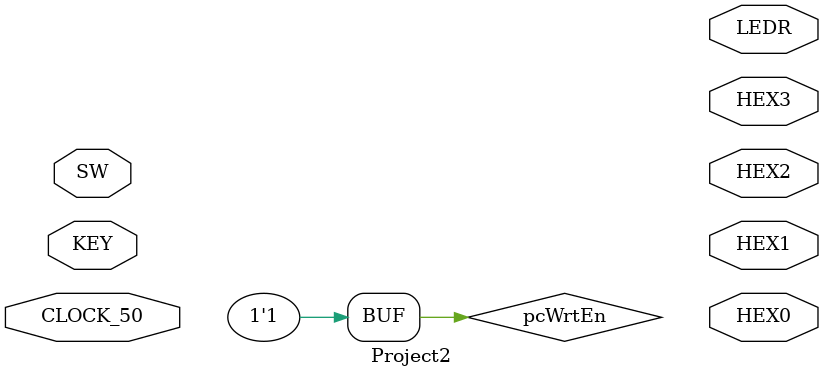
<source format=v>
module Project2(SW,KEY,LEDR,HEX0,HEX1,HEX2,HEX3,CLOCK_50);
  input  [9:0] SW;
  input  [3:0] KEY;
  input  CLOCK_50;
  output [9:0] LEDR;
  output [6:0] HEX0,HEX1,HEX2,HEX3;
 
  parameter DBITS         				 = 32;
  parameter INST_SIZE      			 = 32'd4;
  parameter INST_BIT_WIDTH				 = 32;
  parameter START_PC       			 = 32'h40;
  parameter REG_INDEX_BIT_WIDTH 		 = 4;
  parameter ADDR_KEY  					 = 32'hF0000010;
  parameter ADDR_SW   					 = 32'hF0000014;
  parameter ADDR_HEX  					 = 32'hF0000000;
  parameter ADDR_LEDR 					 = 32'hF0000004;
  
  parameter IMEM_INIT_FILE				 = "Sorter2.mif";
  parameter IMEM_ADDR_BIT_WIDTH 		 = 11;
  parameter IMEM_DATA_BIT_WIDTH 		 = INST_BIT_WIDTH;
  parameter IMEM_PC_BITS_HI     		 = IMEM_ADDR_BIT_WIDTH + 2;
  parameter IMEM_PC_BITS_LO     		 = 2;
  
  parameter DMEMADDRBITS 				 = 13;
  parameter DMEMWORDBITS				 = 2;
  parameter DMEMWORDS					 = 2048;
  
  parameter OP1_ALUR 					 = 4'b0000;
  parameter OP1_ALUI 					 = 4'b1000;
  parameter OP1_CMPR 					 = 4'b0010;
  parameter OP1_CMPI 					 = 4'b1010;
  parameter OP1_BCOND					 = 4'b0110;
  parameter OP1_SW   					 = 4'b0101;
  parameter OP1_LW   					 = 4'b1001;
  parameter OP1_JAL  					 = 4'b1011;
  
  // Add and modify parameters for various opcode and function code values
  
  ClockDivider	clk_divider (.inclk0 (CLOCK_50),.c0 (clk),.locked (lock));
  wire reset = ~lock;
  
  // Create PC and its logic
  wire pcWrtEn = 1'b1;
  wire[DBITS - 1: 0] pcIn; // Implement the logic that generates pcIn; you may change pcIn to reg if necessary
  wire[DBITS - 1: 0] pcOut;
  // This PC instantiation is your starting point
  Register #(.BIT_WIDTH(DBITS), .RESET_VALUE(START_PC)) pc (clk, reset, pcWrtEn, pcIn, pcOut);

  // Creat instruction memeory
  wire[IMEM_DATA_BIT_WIDTH - 1: 0] instWord;
  InstMemory #(IMEM_INIT_FILE, IMEM_ADDR_BIT_WIDTH, IMEM_DATA_BIT_WIDTH) instMem (pcOut[IMEM_PC_BITS_HI - 1: IMEM_PC_BITS_LO], instWord);
  
  // Put the code for getting opcode1, rd, rs, rt, imm, etc. here
  wire[REG_INDEX_BIT_WIDTH - 1: 0] src_index1, src_index2, dst_index;
  wire[15:0] imm;
  wire[DBITS-1: 0] imm_ext;
  wire[1:0] alu_mux, dstdata_mux, nextpc_mux;
  wire reg_wrt_en, mem_wrt_en;
  Controller control(instWord, src_index1, src_index2, dst_index, imm, alu_op, alu_mux, dstdata_mux, reg_wrt_en, mem_wrt_en, next_pc_mux, cmd_flag);
  SignExtension #(16, DBITS) sign_ext(imm, imm_ext);

  // Create the registers
  wire[DBITS - 1: 0] dst_data;
  wire[DBITS - 1: 0] src1_data, src2_data;
  wire[DBITS - 1: 0] alu_b;
  RegFile regfile(clk, reset, src_index1, src_index2, dst_index, dst_data, src1_data, src2_data, reg_wrt_en);
  
  // Create ALU unit
  wire[DBITS - 1: 0] alu_out;
  ALU alu(alu_op, src1_data, alu_b, alu_out, cmd_flag);
  

  // Put the code for data memory and I/O here
  wire[DBITS - 1: 0] mem_out;
  Mux4 m2(dstdata_mux, alu_out, mem_out, 0, 0, dst_data); // remember pc
  Mux4 m0(alu_mux, src2_data, imm_ext, 0, 0, alu_b); // remember to do shift
  // KEYS, SWITCHES, HEXS, and LEDS are memeory mapped IO
    
endmodule
</source>
